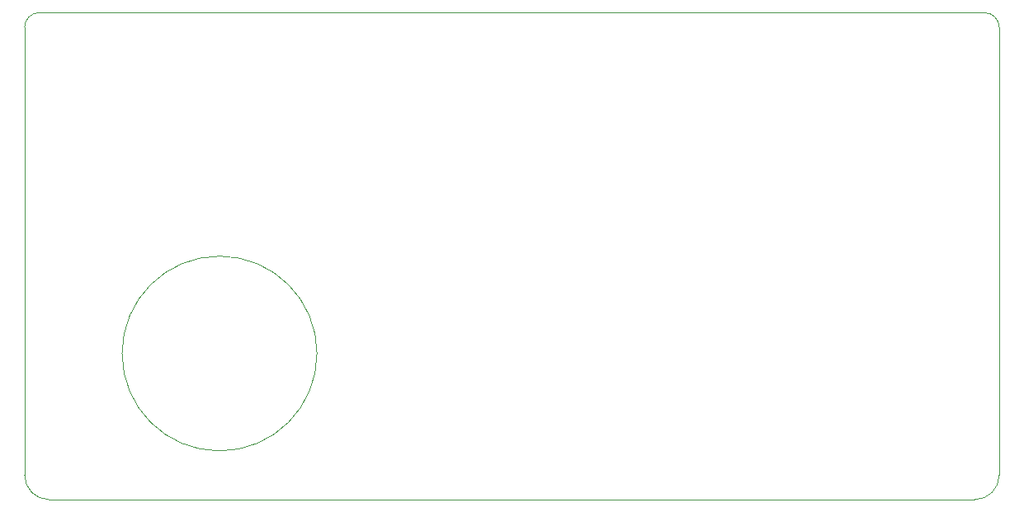
<source format=gbr>
%TF.GenerationSoftware,KiCad,Pcbnew,(5.1.9-0-10_14)*%
%TF.CreationDate,2021-08-23T14:23:34+08:00*%
%TF.ProjectId,KNOB_PANEL,4b4e4f42-5f50-4414-9e45-4c2e6b696361,V1.0*%
%TF.SameCoordinates,Original*%
%TF.FileFunction,Profile,NP*%
%FSLAX46Y46*%
G04 Gerber Fmt 4.6, Leading zero omitted, Abs format (unit mm)*
G04 Created by KiCad (PCBNEW (5.1.9-0-10_14)) date 2021-08-23 14:23:34*
%MOMM*%
%LPD*%
G01*
G04 APERTURE LIST*
%TA.AperFunction,Profile*%
%ADD10C,0.050000*%
%TD*%
G04 APERTURE END LIST*
D10*
X198500000Y-50000000D02*
G75*
G02*
X200000000Y-51500000I0J-1500000D01*
G01*
X100000000Y-51500000D02*
G75*
G02*
X101500000Y-50000000I1500000J0D01*
G01*
X130000000Y-85000000D02*
G75*
G03*
X130000000Y-85000000I-10000000J0D01*
G01*
X200000000Y-97500000D02*
G75*
G02*
X197500000Y-100000000I-2500000J0D01*
G01*
X102500000Y-100000000D02*
G75*
G02*
X100000000Y-97500000I0J2500000D01*
G01*
X100000000Y-51500000D02*
X100000000Y-97500000D01*
X198500000Y-50000000D02*
X101500000Y-50000000D01*
X200000000Y-97500000D02*
X200000000Y-51500000D01*
X102500000Y-100000000D02*
X197500000Y-100000000D01*
M02*

</source>
